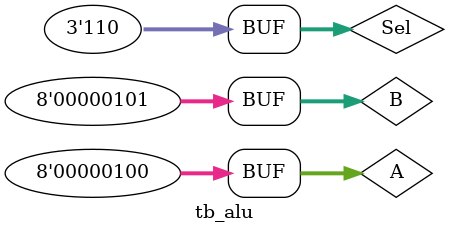
<source format=v>
`timescale 1ns / 1ps 

module tb_alu();
    reg[7:0] A, B;
    reg[2:0] Sel;
    wire[7:0] Result;
    wire CarryOut;
    alu test_unit(A,B,Sel,Result,CarryOut);
    initial begin
    A = 8'b00000100;
    B = 8'b00000101;
    Sel = 3'b110;
    end 
endmodule

</source>
